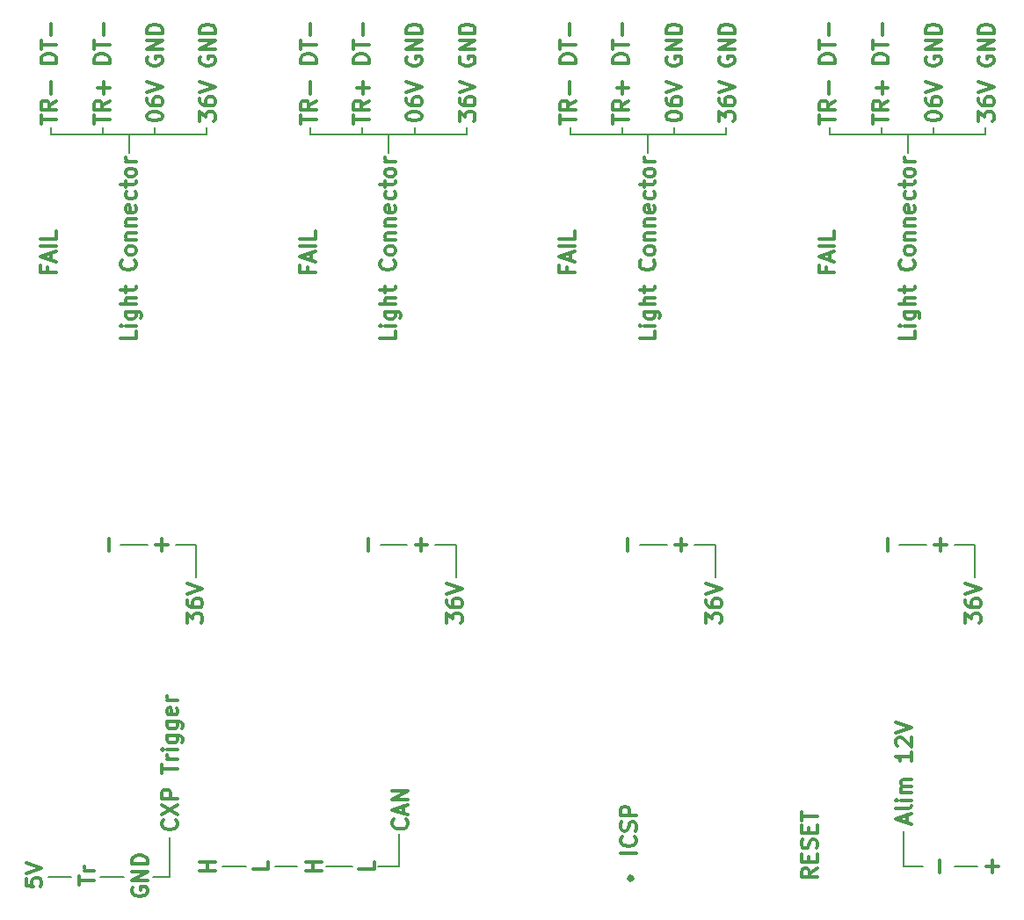
<source format=gto>
G04 #@! TF.FileFunction,Legend,Top*
%FSLAX46Y46*%
G04 Gerber Fmt 4.6, Leading zero omitted, Abs format (unit mm)*
G04 Created by KiCad (PCBNEW 4.0.7+dfsg1-1~bpo9+1) date Tue Apr 10 18:25:45 2018*
%MOMM*%
%LPD*%
G01*
G04 APERTURE LIST*
%ADD10C,0.100000*%
%ADD11C,0.300000*%
%ADD12C,0.200000*%
G04 APERTURE END LIST*
D10*
D11*
X179672857Y-87292857D02*
X179672857Y-87792857D01*
X180458571Y-87792857D02*
X178958571Y-87792857D01*
X178958571Y-87078571D01*
X180030000Y-86578572D02*
X180030000Y-85864286D01*
X180458571Y-86721429D02*
X178958571Y-86221429D01*
X180458571Y-85721429D01*
X180458571Y-85221429D02*
X178958571Y-85221429D01*
X180458571Y-83792857D02*
X180458571Y-84507143D01*
X178958571Y-84507143D01*
X154672857Y-87292857D02*
X154672857Y-87792857D01*
X155458571Y-87792857D02*
X153958571Y-87792857D01*
X153958571Y-87078571D01*
X155030000Y-86578572D02*
X155030000Y-85864286D01*
X155458571Y-86721429D02*
X153958571Y-86221429D01*
X155458571Y-85721429D01*
X155458571Y-85221429D02*
X153958571Y-85221429D01*
X155458571Y-83792857D02*
X155458571Y-84507143D01*
X153958571Y-84507143D01*
X129672857Y-87292857D02*
X129672857Y-87792857D01*
X130458571Y-87792857D02*
X128958571Y-87792857D01*
X128958571Y-87078571D01*
X130030000Y-86578572D02*
X130030000Y-85864286D01*
X130458571Y-86721429D02*
X128958571Y-86221429D01*
X130458571Y-85721429D01*
X130458571Y-85221429D02*
X128958571Y-85221429D01*
X130458571Y-83792857D02*
X130458571Y-84507143D01*
X128958571Y-84507143D01*
X188178571Y-93392857D02*
X188178571Y-94107143D01*
X186678571Y-94107143D01*
X188178571Y-92892857D02*
X187178571Y-92892857D01*
X186678571Y-92892857D02*
X186750000Y-92964286D01*
X186821429Y-92892857D01*
X186750000Y-92821429D01*
X186678571Y-92892857D01*
X186821429Y-92892857D01*
X187178571Y-91535714D02*
X188392857Y-91535714D01*
X188535714Y-91607143D01*
X188607143Y-91678571D01*
X188678571Y-91821428D01*
X188678571Y-92035714D01*
X188607143Y-92178571D01*
X188107143Y-91535714D02*
X188178571Y-91678571D01*
X188178571Y-91964285D01*
X188107143Y-92107143D01*
X188035714Y-92178571D01*
X187892857Y-92250000D01*
X187464286Y-92250000D01*
X187321429Y-92178571D01*
X187250000Y-92107143D01*
X187178571Y-91964285D01*
X187178571Y-91678571D01*
X187250000Y-91535714D01*
X188178571Y-90821428D02*
X186678571Y-90821428D01*
X188178571Y-90178571D02*
X187392857Y-90178571D01*
X187250000Y-90250000D01*
X187178571Y-90392857D01*
X187178571Y-90607142D01*
X187250000Y-90750000D01*
X187321429Y-90821428D01*
X187178571Y-89678571D02*
X187178571Y-89107142D01*
X186678571Y-89464285D02*
X187964286Y-89464285D01*
X188107143Y-89392857D01*
X188178571Y-89249999D01*
X188178571Y-89107142D01*
X188035714Y-86607142D02*
X188107143Y-86678571D01*
X188178571Y-86892857D01*
X188178571Y-87035714D01*
X188107143Y-87249999D01*
X187964286Y-87392857D01*
X187821429Y-87464285D01*
X187535714Y-87535714D01*
X187321429Y-87535714D01*
X187035714Y-87464285D01*
X186892857Y-87392857D01*
X186750000Y-87249999D01*
X186678571Y-87035714D01*
X186678571Y-86892857D01*
X186750000Y-86678571D01*
X186821429Y-86607142D01*
X188178571Y-85749999D02*
X188107143Y-85892857D01*
X188035714Y-85964285D01*
X187892857Y-86035714D01*
X187464286Y-86035714D01*
X187321429Y-85964285D01*
X187250000Y-85892857D01*
X187178571Y-85749999D01*
X187178571Y-85535714D01*
X187250000Y-85392857D01*
X187321429Y-85321428D01*
X187464286Y-85249999D01*
X187892857Y-85249999D01*
X188035714Y-85321428D01*
X188107143Y-85392857D01*
X188178571Y-85535714D01*
X188178571Y-85749999D01*
X187178571Y-84607142D02*
X188178571Y-84607142D01*
X187321429Y-84607142D02*
X187250000Y-84535714D01*
X187178571Y-84392856D01*
X187178571Y-84178571D01*
X187250000Y-84035714D01*
X187392857Y-83964285D01*
X188178571Y-83964285D01*
X187178571Y-83249999D02*
X188178571Y-83249999D01*
X187321429Y-83249999D02*
X187250000Y-83178571D01*
X187178571Y-83035713D01*
X187178571Y-82821428D01*
X187250000Y-82678571D01*
X187392857Y-82607142D01*
X188178571Y-82607142D01*
X188107143Y-81321428D02*
X188178571Y-81464285D01*
X188178571Y-81749999D01*
X188107143Y-81892856D01*
X187964286Y-81964285D01*
X187392857Y-81964285D01*
X187250000Y-81892856D01*
X187178571Y-81749999D01*
X187178571Y-81464285D01*
X187250000Y-81321428D01*
X187392857Y-81249999D01*
X187535714Y-81249999D01*
X187678571Y-81964285D01*
X188107143Y-79964285D02*
X188178571Y-80107142D01*
X188178571Y-80392856D01*
X188107143Y-80535714D01*
X188035714Y-80607142D01*
X187892857Y-80678571D01*
X187464286Y-80678571D01*
X187321429Y-80607142D01*
X187250000Y-80535714D01*
X187178571Y-80392856D01*
X187178571Y-80107142D01*
X187250000Y-79964285D01*
X187178571Y-79535714D02*
X187178571Y-78964285D01*
X186678571Y-79321428D02*
X187964286Y-79321428D01*
X188107143Y-79250000D01*
X188178571Y-79107142D01*
X188178571Y-78964285D01*
X188178571Y-78249999D02*
X188107143Y-78392857D01*
X188035714Y-78464285D01*
X187892857Y-78535714D01*
X187464286Y-78535714D01*
X187321429Y-78464285D01*
X187250000Y-78392857D01*
X187178571Y-78249999D01*
X187178571Y-78035714D01*
X187250000Y-77892857D01*
X187321429Y-77821428D01*
X187464286Y-77749999D01*
X187892857Y-77749999D01*
X188035714Y-77821428D01*
X188107143Y-77892857D01*
X188178571Y-78035714D01*
X188178571Y-78249999D01*
X188178571Y-77107142D02*
X187178571Y-77107142D01*
X187464286Y-77107142D02*
X187321429Y-77035714D01*
X187250000Y-76964285D01*
X187178571Y-76821428D01*
X187178571Y-76678571D01*
X163178571Y-93392857D02*
X163178571Y-94107143D01*
X161678571Y-94107143D01*
X163178571Y-92892857D02*
X162178571Y-92892857D01*
X161678571Y-92892857D02*
X161750000Y-92964286D01*
X161821429Y-92892857D01*
X161750000Y-92821429D01*
X161678571Y-92892857D01*
X161821429Y-92892857D01*
X162178571Y-91535714D02*
X163392857Y-91535714D01*
X163535714Y-91607143D01*
X163607143Y-91678571D01*
X163678571Y-91821428D01*
X163678571Y-92035714D01*
X163607143Y-92178571D01*
X163107143Y-91535714D02*
X163178571Y-91678571D01*
X163178571Y-91964285D01*
X163107143Y-92107143D01*
X163035714Y-92178571D01*
X162892857Y-92250000D01*
X162464286Y-92250000D01*
X162321429Y-92178571D01*
X162250000Y-92107143D01*
X162178571Y-91964285D01*
X162178571Y-91678571D01*
X162250000Y-91535714D01*
X163178571Y-90821428D02*
X161678571Y-90821428D01*
X163178571Y-90178571D02*
X162392857Y-90178571D01*
X162250000Y-90250000D01*
X162178571Y-90392857D01*
X162178571Y-90607142D01*
X162250000Y-90750000D01*
X162321429Y-90821428D01*
X162178571Y-89678571D02*
X162178571Y-89107142D01*
X161678571Y-89464285D02*
X162964286Y-89464285D01*
X163107143Y-89392857D01*
X163178571Y-89249999D01*
X163178571Y-89107142D01*
X163035714Y-86607142D02*
X163107143Y-86678571D01*
X163178571Y-86892857D01*
X163178571Y-87035714D01*
X163107143Y-87249999D01*
X162964286Y-87392857D01*
X162821429Y-87464285D01*
X162535714Y-87535714D01*
X162321429Y-87535714D01*
X162035714Y-87464285D01*
X161892857Y-87392857D01*
X161750000Y-87249999D01*
X161678571Y-87035714D01*
X161678571Y-86892857D01*
X161750000Y-86678571D01*
X161821429Y-86607142D01*
X163178571Y-85749999D02*
X163107143Y-85892857D01*
X163035714Y-85964285D01*
X162892857Y-86035714D01*
X162464286Y-86035714D01*
X162321429Y-85964285D01*
X162250000Y-85892857D01*
X162178571Y-85749999D01*
X162178571Y-85535714D01*
X162250000Y-85392857D01*
X162321429Y-85321428D01*
X162464286Y-85249999D01*
X162892857Y-85249999D01*
X163035714Y-85321428D01*
X163107143Y-85392857D01*
X163178571Y-85535714D01*
X163178571Y-85749999D01*
X162178571Y-84607142D02*
X163178571Y-84607142D01*
X162321429Y-84607142D02*
X162250000Y-84535714D01*
X162178571Y-84392856D01*
X162178571Y-84178571D01*
X162250000Y-84035714D01*
X162392857Y-83964285D01*
X163178571Y-83964285D01*
X162178571Y-83249999D02*
X163178571Y-83249999D01*
X162321429Y-83249999D02*
X162250000Y-83178571D01*
X162178571Y-83035713D01*
X162178571Y-82821428D01*
X162250000Y-82678571D01*
X162392857Y-82607142D01*
X163178571Y-82607142D01*
X163107143Y-81321428D02*
X163178571Y-81464285D01*
X163178571Y-81749999D01*
X163107143Y-81892856D01*
X162964286Y-81964285D01*
X162392857Y-81964285D01*
X162250000Y-81892856D01*
X162178571Y-81749999D01*
X162178571Y-81464285D01*
X162250000Y-81321428D01*
X162392857Y-81249999D01*
X162535714Y-81249999D01*
X162678571Y-81964285D01*
X163107143Y-79964285D02*
X163178571Y-80107142D01*
X163178571Y-80392856D01*
X163107143Y-80535714D01*
X163035714Y-80607142D01*
X162892857Y-80678571D01*
X162464286Y-80678571D01*
X162321429Y-80607142D01*
X162250000Y-80535714D01*
X162178571Y-80392856D01*
X162178571Y-80107142D01*
X162250000Y-79964285D01*
X162178571Y-79535714D02*
X162178571Y-78964285D01*
X161678571Y-79321428D02*
X162964286Y-79321428D01*
X163107143Y-79250000D01*
X163178571Y-79107142D01*
X163178571Y-78964285D01*
X163178571Y-78249999D02*
X163107143Y-78392857D01*
X163035714Y-78464285D01*
X162892857Y-78535714D01*
X162464286Y-78535714D01*
X162321429Y-78464285D01*
X162250000Y-78392857D01*
X162178571Y-78249999D01*
X162178571Y-78035714D01*
X162250000Y-77892857D01*
X162321429Y-77821428D01*
X162464286Y-77749999D01*
X162892857Y-77749999D01*
X163035714Y-77821428D01*
X163107143Y-77892857D01*
X163178571Y-78035714D01*
X163178571Y-78249999D01*
X163178571Y-77107142D02*
X162178571Y-77107142D01*
X162464286Y-77107142D02*
X162321429Y-77035714D01*
X162250000Y-76964285D01*
X162178571Y-76821428D01*
X162178571Y-76678571D01*
X138178571Y-93392857D02*
X138178571Y-94107143D01*
X136678571Y-94107143D01*
X138178571Y-92892857D02*
X137178571Y-92892857D01*
X136678571Y-92892857D02*
X136750000Y-92964286D01*
X136821429Y-92892857D01*
X136750000Y-92821429D01*
X136678571Y-92892857D01*
X136821429Y-92892857D01*
X137178571Y-91535714D02*
X138392857Y-91535714D01*
X138535714Y-91607143D01*
X138607143Y-91678571D01*
X138678571Y-91821428D01*
X138678571Y-92035714D01*
X138607143Y-92178571D01*
X138107143Y-91535714D02*
X138178571Y-91678571D01*
X138178571Y-91964285D01*
X138107143Y-92107143D01*
X138035714Y-92178571D01*
X137892857Y-92250000D01*
X137464286Y-92250000D01*
X137321429Y-92178571D01*
X137250000Y-92107143D01*
X137178571Y-91964285D01*
X137178571Y-91678571D01*
X137250000Y-91535714D01*
X138178571Y-90821428D02*
X136678571Y-90821428D01*
X138178571Y-90178571D02*
X137392857Y-90178571D01*
X137250000Y-90250000D01*
X137178571Y-90392857D01*
X137178571Y-90607142D01*
X137250000Y-90750000D01*
X137321429Y-90821428D01*
X137178571Y-89678571D02*
X137178571Y-89107142D01*
X136678571Y-89464285D02*
X137964286Y-89464285D01*
X138107143Y-89392857D01*
X138178571Y-89249999D01*
X138178571Y-89107142D01*
X138035714Y-86607142D02*
X138107143Y-86678571D01*
X138178571Y-86892857D01*
X138178571Y-87035714D01*
X138107143Y-87249999D01*
X137964286Y-87392857D01*
X137821429Y-87464285D01*
X137535714Y-87535714D01*
X137321429Y-87535714D01*
X137035714Y-87464285D01*
X136892857Y-87392857D01*
X136750000Y-87249999D01*
X136678571Y-87035714D01*
X136678571Y-86892857D01*
X136750000Y-86678571D01*
X136821429Y-86607142D01*
X138178571Y-85749999D02*
X138107143Y-85892857D01*
X138035714Y-85964285D01*
X137892857Y-86035714D01*
X137464286Y-86035714D01*
X137321429Y-85964285D01*
X137250000Y-85892857D01*
X137178571Y-85749999D01*
X137178571Y-85535714D01*
X137250000Y-85392857D01*
X137321429Y-85321428D01*
X137464286Y-85249999D01*
X137892857Y-85249999D01*
X138035714Y-85321428D01*
X138107143Y-85392857D01*
X138178571Y-85535714D01*
X138178571Y-85749999D01*
X137178571Y-84607142D02*
X138178571Y-84607142D01*
X137321429Y-84607142D02*
X137250000Y-84535714D01*
X137178571Y-84392856D01*
X137178571Y-84178571D01*
X137250000Y-84035714D01*
X137392857Y-83964285D01*
X138178571Y-83964285D01*
X137178571Y-83249999D02*
X138178571Y-83249999D01*
X137321429Y-83249999D02*
X137250000Y-83178571D01*
X137178571Y-83035713D01*
X137178571Y-82821428D01*
X137250000Y-82678571D01*
X137392857Y-82607142D01*
X138178571Y-82607142D01*
X138107143Y-81321428D02*
X138178571Y-81464285D01*
X138178571Y-81749999D01*
X138107143Y-81892856D01*
X137964286Y-81964285D01*
X137392857Y-81964285D01*
X137250000Y-81892856D01*
X137178571Y-81749999D01*
X137178571Y-81464285D01*
X137250000Y-81321428D01*
X137392857Y-81249999D01*
X137535714Y-81249999D01*
X137678571Y-81964285D01*
X138107143Y-79964285D02*
X138178571Y-80107142D01*
X138178571Y-80392856D01*
X138107143Y-80535714D01*
X138035714Y-80607142D01*
X137892857Y-80678571D01*
X137464286Y-80678571D01*
X137321429Y-80607142D01*
X137250000Y-80535714D01*
X137178571Y-80392856D01*
X137178571Y-80107142D01*
X137250000Y-79964285D01*
X137178571Y-79535714D02*
X137178571Y-78964285D01*
X136678571Y-79321428D02*
X137964286Y-79321428D01*
X138107143Y-79250000D01*
X138178571Y-79107142D01*
X138178571Y-78964285D01*
X138178571Y-78249999D02*
X138107143Y-78392857D01*
X138035714Y-78464285D01*
X137892857Y-78535714D01*
X137464286Y-78535714D01*
X137321429Y-78464285D01*
X137250000Y-78392857D01*
X137178571Y-78249999D01*
X137178571Y-78035714D01*
X137250000Y-77892857D01*
X137321429Y-77821428D01*
X137464286Y-77749999D01*
X137892857Y-77749999D01*
X138035714Y-77821428D01*
X138107143Y-77892857D01*
X138178571Y-78035714D01*
X138178571Y-78249999D01*
X138178571Y-77107142D02*
X137178571Y-77107142D01*
X137464286Y-77107142D02*
X137321429Y-77035714D01*
X137250000Y-76964285D01*
X137178571Y-76821428D01*
X137178571Y-76678571D01*
D12*
X187500000Y-74500000D02*
X187500000Y-76250000D01*
X162500000Y-74500000D02*
X162500000Y-76250000D01*
X137500000Y-74500000D02*
X137500000Y-76250000D01*
X195000000Y-74500000D02*
X195000000Y-73750000D01*
X170000000Y-74500000D02*
X170000000Y-73750000D01*
X145000000Y-74500000D02*
X145000000Y-73750000D01*
X190000000Y-74500000D02*
X190000000Y-73750000D01*
X165000000Y-74500000D02*
X165000000Y-73750000D01*
X140000000Y-74500000D02*
X140000000Y-73750000D01*
X190000000Y-74500000D02*
X195000000Y-74500000D01*
X165000000Y-74500000D02*
X170000000Y-74500000D01*
X140000000Y-74500000D02*
X145000000Y-74500000D01*
X180000000Y-73750000D02*
X180000000Y-74500000D01*
X155000000Y-73750000D02*
X155000000Y-74500000D01*
X130000000Y-73750000D02*
X130000000Y-74500000D01*
X180000000Y-74500000D02*
X185000000Y-74500000D01*
X155000000Y-74500000D02*
X160000000Y-74500000D01*
X130000000Y-74500000D02*
X135000000Y-74500000D01*
D11*
X179028571Y-73428571D02*
X179028571Y-72571428D01*
X180528571Y-72999999D02*
X179028571Y-72999999D01*
X180528571Y-71214285D02*
X179814286Y-71714285D01*
X180528571Y-72071428D02*
X179028571Y-72071428D01*
X179028571Y-71500000D01*
X179100000Y-71357142D01*
X179171429Y-71285714D01*
X179314286Y-71214285D01*
X179528571Y-71214285D01*
X179671429Y-71285714D01*
X179742857Y-71357142D01*
X179814286Y-71500000D01*
X179814286Y-72071428D01*
X179957143Y-70571428D02*
X179957143Y-69428571D01*
X180528571Y-67571428D02*
X179028571Y-67571428D01*
X179028571Y-67214285D01*
X179100000Y-67000000D01*
X179242857Y-66857142D01*
X179385714Y-66785714D01*
X179671429Y-66714285D01*
X179885714Y-66714285D01*
X180171429Y-66785714D01*
X180314286Y-66857142D01*
X180457143Y-67000000D01*
X180528571Y-67214285D01*
X180528571Y-67571428D01*
X179028571Y-66285714D02*
X179028571Y-65428571D01*
X180528571Y-65857142D02*
X179028571Y-65857142D01*
X179957143Y-64928571D02*
X179957143Y-63785714D01*
X184128571Y-73428571D02*
X184128571Y-72571428D01*
X185628571Y-72999999D02*
X184128571Y-72999999D01*
X185628571Y-71214285D02*
X184914286Y-71714285D01*
X185628571Y-72071428D02*
X184128571Y-72071428D01*
X184128571Y-71500000D01*
X184200000Y-71357142D01*
X184271429Y-71285714D01*
X184414286Y-71214285D01*
X184628571Y-71214285D01*
X184771429Y-71285714D01*
X184842857Y-71357142D01*
X184914286Y-71500000D01*
X184914286Y-72071428D01*
X185057143Y-70571428D02*
X185057143Y-69428571D01*
X185628571Y-70000000D02*
X184485714Y-70000000D01*
X185628571Y-67571428D02*
X184128571Y-67571428D01*
X184128571Y-67214285D01*
X184200000Y-67000000D01*
X184342857Y-66857142D01*
X184485714Y-66785714D01*
X184771429Y-66714285D01*
X184985714Y-66714285D01*
X185271429Y-66785714D01*
X185414286Y-66857142D01*
X185557143Y-67000000D01*
X185628571Y-67214285D01*
X185628571Y-67571428D01*
X184128571Y-66285714D02*
X184128571Y-65428571D01*
X185628571Y-65857142D02*
X184128571Y-65857142D01*
X185057143Y-64928571D02*
X185057143Y-63785714D01*
X189228571Y-72785714D02*
X189228571Y-72642857D01*
X189300000Y-72500000D01*
X189371429Y-72428571D01*
X189514286Y-72357142D01*
X189800000Y-72285714D01*
X190157143Y-72285714D01*
X190442857Y-72357142D01*
X190585714Y-72428571D01*
X190657143Y-72500000D01*
X190728571Y-72642857D01*
X190728571Y-72785714D01*
X190657143Y-72928571D01*
X190585714Y-73000000D01*
X190442857Y-73071428D01*
X190157143Y-73142857D01*
X189800000Y-73142857D01*
X189514286Y-73071428D01*
X189371429Y-73000000D01*
X189300000Y-72928571D01*
X189228571Y-72785714D01*
X189228571Y-71000000D02*
X189228571Y-71285714D01*
X189300000Y-71428571D01*
X189371429Y-71500000D01*
X189585714Y-71642857D01*
X189871429Y-71714286D01*
X190442857Y-71714286D01*
X190585714Y-71642857D01*
X190657143Y-71571429D01*
X190728571Y-71428571D01*
X190728571Y-71142857D01*
X190657143Y-71000000D01*
X190585714Y-70928571D01*
X190442857Y-70857143D01*
X190085714Y-70857143D01*
X189942857Y-70928571D01*
X189871429Y-71000000D01*
X189800000Y-71142857D01*
X189800000Y-71428571D01*
X189871429Y-71571429D01*
X189942857Y-71642857D01*
X190085714Y-71714286D01*
X189228571Y-70428572D02*
X190728571Y-69928572D01*
X189228571Y-69428572D01*
X189300000Y-67000001D02*
X189228571Y-67142858D01*
X189228571Y-67357144D01*
X189300000Y-67571429D01*
X189442857Y-67714287D01*
X189585714Y-67785715D01*
X189871429Y-67857144D01*
X190085714Y-67857144D01*
X190371429Y-67785715D01*
X190514286Y-67714287D01*
X190657143Y-67571429D01*
X190728571Y-67357144D01*
X190728571Y-67214287D01*
X190657143Y-67000001D01*
X190585714Y-66928572D01*
X190085714Y-66928572D01*
X190085714Y-67214287D01*
X190728571Y-66285715D02*
X189228571Y-66285715D01*
X190728571Y-65428572D01*
X189228571Y-65428572D01*
X190728571Y-64714286D02*
X189228571Y-64714286D01*
X189228571Y-64357143D01*
X189300000Y-64142858D01*
X189442857Y-64000000D01*
X189585714Y-63928572D01*
X189871429Y-63857143D01*
X190085714Y-63857143D01*
X190371429Y-63928572D01*
X190514286Y-64000000D01*
X190657143Y-64142858D01*
X190728571Y-64357143D01*
X190728571Y-64714286D01*
X194328571Y-73214285D02*
X194328571Y-72285714D01*
X194900000Y-72785714D01*
X194900000Y-72571428D01*
X194971429Y-72428571D01*
X195042857Y-72357142D01*
X195185714Y-72285714D01*
X195542857Y-72285714D01*
X195685714Y-72357142D01*
X195757143Y-72428571D01*
X195828571Y-72571428D01*
X195828571Y-73000000D01*
X195757143Y-73142857D01*
X195685714Y-73214285D01*
X194328571Y-71000000D02*
X194328571Y-71285714D01*
X194400000Y-71428571D01*
X194471429Y-71500000D01*
X194685714Y-71642857D01*
X194971429Y-71714286D01*
X195542857Y-71714286D01*
X195685714Y-71642857D01*
X195757143Y-71571429D01*
X195828571Y-71428571D01*
X195828571Y-71142857D01*
X195757143Y-71000000D01*
X195685714Y-70928571D01*
X195542857Y-70857143D01*
X195185714Y-70857143D01*
X195042857Y-70928571D01*
X194971429Y-71000000D01*
X194900000Y-71142857D01*
X194900000Y-71428571D01*
X194971429Y-71571429D01*
X195042857Y-71642857D01*
X195185714Y-71714286D01*
X194328571Y-70428572D02*
X195828571Y-69928572D01*
X194328571Y-69428572D01*
X194400000Y-67000001D02*
X194328571Y-67142858D01*
X194328571Y-67357144D01*
X194400000Y-67571429D01*
X194542857Y-67714287D01*
X194685714Y-67785715D01*
X194971429Y-67857144D01*
X195185714Y-67857144D01*
X195471429Y-67785715D01*
X195614286Y-67714287D01*
X195757143Y-67571429D01*
X195828571Y-67357144D01*
X195828571Y-67214287D01*
X195757143Y-67000001D01*
X195685714Y-66928572D01*
X195185714Y-66928572D01*
X195185714Y-67214287D01*
X195828571Y-66285715D02*
X194328571Y-66285715D01*
X195828571Y-65428572D01*
X194328571Y-65428572D01*
X195828571Y-64714286D02*
X194328571Y-64714286D01*
X194328571Y-64357143D01*
X194400000Y-64142858D01*
X194542857Y-64000000D01*
X194685714Y-63928572D01*
X194971429Y-63857143D01*
X195185714Y-63857143D01*
X195471429Y-63928572D01*
X195614286Y-64000000D01*
X195757143Y-64142858D01*
X195828571Y-64357143D01*
X195828571Y-64714286D01*
X154028571Y-73428571D02*
X154028571Y-72571428D01*
X155528571Y-72999999D02*
X154028571Y-72999999D01*
X155528571Y-71214285D02*
X154814286Y-71714285D01*
X155528571Y-72071428D02*
X154028571Y-72071428D01*
X154028571Y-71500000D01*
X154100000Y-71357142D01*
X154171429Y-71285714D01*
X154314286Y-71214285D01*
X154528571Y-71214285D01*
X154671429Y-71285714D01*
X154742857Y-71357142D01*
X154814286Y-71500000D01*
X154814286Y-72071428D01*
X154957143Y-70571428D02*
X154957143Y-69428571D01*
X155528571Y-67571428D02*
X154028571Y-67571428D01*
X154028571Y-67214285D01*
X154100000Y-67000000D01*
X154242857Y-66857142D01*
X154385714Y-66785714D01*
X154671429Y-66714285D01*
X154885714Y-66714285D01*
X155171429Y-66785714D01*
X155314286Y-66857142D01*
X155457143Y-67000000D01*
X155528571Y-67214285D01*
X155528571Y-67571428D01*
X154028571Y-66285714D02*
X154028571Y-65428571D01*
X155528571Y-65857142D02*
X154028571Y-65857142D01*
X154957143Y-64928571D02*
X154957143Y-63785714D01*
X159128571Y-73428571D02*
X159128571Y-72571428D01*
X160628571Y-72999999D02*
X159128571Y-72999999D01*
X160628571Y-71214285D02*
X159914286Y-71714285D01*
X160628571Y-72071428D02*
X159128571Y-72071428D01*
X159128571Y-71500000D01*
X159200000Y-71357142D01*
X159271429Y-71285714D01*
X159414286Y-71214285D01*
X159628571Y-71214285D01*
X159771429Y-71285714D01*
X159842857Y-71357142D01*
X159914286Y-71500000D01*
X159914286Y-72071428D01*
X160057143Y-70571428D02*
X160057143Y-69428571D01*
X160628571Y-70000000D02*
X159485714Y-70000000D01*
X160628571Y-67571428D02*
X159128571Y-67571428D01*
X159128571Y-67214285D01*
X159200000Y-67000000D01*
X159342857Y-66857142D01*
X159485714Y-66785714D01*
X159771429Y-66714285D01*
X159985714Y-66714285D01*
X160271429Y-66785714D01*
X160414286Y-66857142D01*
X160557143Y-67000000D01*
X160628571Y-67214285D01*
X160628571Y-67571428D01*
X159128571Y-66285714D02*
X159128571Y-65428571D01*
X160628571Y-65857142D02*
X159128571Y-65857142D01*
X160057143Y-64928571D02*
X160057143Y-63785714D01*
X164228571Y-72785714D02*
X164228571Y-72642857D01*
X164300000Y-72500000D01*
X164371429Y-72428571D01*
X164514286Y-72357142D01*
X164800000Y-72285714D01*
X165157143Y-72285714D01*
X165442857Y-72357142D01*
X165585714Y-72428571D01*
X165657143Y-72500000D01*
X165728571Y-72642857D01*
X165728571Y-72785714D01*
X165657143Y-72928571D01*
X165585714Y-73000000D01*
X165442857Y-73071428D01*
X165157143Y-73142857D01*
X164800000Y-73142857D01*
X164514286Y-73071428D01*
X164371429Y-73000000D01*
X164300000Y-72928571D01*
X164228571Y-72785714D01*
X164228571Y-71000000D02*
X164228571Y-71285714D01*
X164300000Y-71428571D01*
X164371429Y-71500000D01*
X164585714Y-71642857D01*
X164871429Y-71714286D01*
X165442857Y-71714286D01*
X165585714Y-71642857D01*
X165657143Y-71571429D01*
X165728571Y-71428571D01*
X165728571Y-71142857D01*
X165657143Y-71000000D01*
X165585714Y-70928571D01*
X165442857Y-70857143D01*
X165085714Y-70857143D01*
X164942857Y-70928571D01*
X164871429Y-71000000D01*
X164800000Y-71142857D01*
X164800000Y-71428571D01*
X164871429Y-71571429D01*
X164942857Y-71642857D01*
X165085714Y-71714286D01*
X164228571Y-70428572D02*
X165728571Y-69928572D01*
X164228571Y-69428572D01*
X164300000Y-67000001D02*
X164228571Y-67142858D01*
X164228571Y-67357144D01*
X164300000Y-67571429D01*
X164442857Y-67714287D01*
X164585714Y-67785715D01*
X164871429Y-67857144D01*
X165085714Y-67857144D01*
X165371429Y-67785715D01*
X165514286Y-67714287D01*
X165657143Y-67571429D01*
X165728571Y-67357144D01*
X165728571Y-67214287D01*
X165657143Y-67000001D01*
X165585714Y-66928572D01*
X165085714Y-66928572D01*
X165085714Y-67214287D01*
X165728571Y-66285715D02*
X164228571Y-66285715D01*
X165728571Y-65428572D01*
X164228571Y-65428572D01*
X165728571Y-64714286D02*
X164228571Y-64714286D01*
X164228571Y-64357143D01*
X164300000Y-64142858D01*
X164442857Y-64000000D01*
X164585714Y-63928572D01*
X164871429Y-63857143D01*
X165085714Y-63857143D01*
X165371429Y-63928572D01*
X165514286Y-64000000D01*
X165657143Y-64142858D01*
X165728571Y-64357143D01*
X165728571Y-64714286D01*
X169328571Y-73214285D02*
X169328571Y-72285714D01*
X169900000Y-72785714D01*
X169900000Y-72571428D01*
X169971429Y-72428571D01*
X170042857Y-72357142D01*
X170185714Y-72285714D01*
X170542857Y-72285714D01*
X170685714Y-72357142D01*
X170757143Y-72428571D01*
X170828571Y-72571428D01*
X170828571Y-73000000D01*
X170757143Y-73142857D01*
X170685714Y-73214285D01*
X169328571Y-71000000D02*
X169328571Y-71285714D01*
X169400000Y-71428571D01*
X169471429Y-71500000D01*
X169685714Y-71642857D01*
X169971429Y-71714286D01*
X170542857Y-71714286D01*
X170685714Y-71642857D01*
X170757143Y-71571429D01*
X170828571Y-71428571D01*
X170828571Y-71142857D01*
X170757143Y-71000000D01*
X170685714Y-70928571D01*
X170542857Y-70857143D01*
X170185714Y-70857143D01*
X170042857Y-70928571D01*
X169971429Y-71000000D01*
X169900000Y-71142857D01*
X169900000Y-71428571D01*
X169971429Y-71571429D01*
X170042857Y-71642857D01*
X170185714Y-71714286D01*
X169328571Y-70428572D02*
X170828571Y-69928572D01*
X169328571Y-69428572D01*
X169400000Y-67000001D02*
X169328571Y-67142858D01*
X169328571Y-67357144D01*
X169400000Y-67571429D01*
X169542857Y-67714287D01*
X169685714Y-67785715D01*
X169971429Y-67857144D01*
X170185714Y-67857144D01*
X170471429Y-67785715D01*
X170614286Y-67714287D01*
X170757143Y-67571429D01*
X170828571Y-67357144D01*
X170828571Y-67214287D01*
X170757143Y-67000001D01*
X170685714Y-66928572D01*
X170185714Y-66928572D01*
X170185714Y-67214287D01*
X170828571Y-66285715D02*
X169328571Y-66285715D01*
X170828571Y-65428572D01*
X169328571Y-65428572D01*
X170828571Y-64714286D02*
X169328571Y-64714286D01*
X169328571Y-64357143D01*
X169400000Y-64142858D01*
X169542857Y-64000000D01*
X169685714Y-63928572D01*
X169971429Y-63857143D01*
X170185714Y-63857143D01*
X170471429Y-63928572D01*
X170614286Y-64000000D01*
X170757143Y-64142858D01*
X170828571Y-64357143D01*
X170828571Y-64714286D01*
X129028571Y-73428571D02*
X129028571Y-72571428D01*
X130528571Y-72999999D02*
X129028571Y-72999999D01*
X130528571Y-71214285D02*
X129814286Y-71714285D01*
X130528571Y-72071428D02*
X129028571Y-72071428D01*
X129028571Y-71500000D01*
X129100000Y-71357142D01*
X129171429Y-71285714D01*
X129314286Y-71214285D01*
X129528571Y-71214285D01*
X129671429Y-71285714D01*
X129742857Y-71357142D01*
X129814286Y-71500000D01*
X129814286Y-72071428D01*
X129957143Y-70571428D02*
X129957143Y-69428571D01*
X130528571Y-67571428D02*
X129028571Y-67571428D01*
X129028571Y-67214285D01*
X129100000Y-67000000D01*
X129242857Y-66857142D01*
X129385714Y-66785714D01*
X129671429Y-66714285D01*
X129885714Y-66714285D01*
X130171429Y-66785714D01*
X130314286Y-66857142D01*
X130457143Y-67000000D01*
X130528571Y-67214285D01*
X130528571Y-67571428D01*
X129028571Y-66285714D02*
X129028571Y-65428571D01*
X130528571Y-65857142D02*
X129028571Y-65857142D01*
X129957143Y-64928571D02*
X129957143Y-63785714D01*
X134128571Y-73428571D02*
X134128571Y-72571428D01*
X135628571Y-72999999D02*
X134128571Y-72999999D01*
X135628571Y-71214285D02*
X134914286Y-71714285D01*
X135628571Y-72071428D02*
X134128571Y-72071428D01*
X134128571Y-71500000D01*
X134200000Y-71357142D01*
X134271429Y-71285714D01*
X134414286Y-71214285D01*
X134628571Y-71214285D01*
X134771429Y-71285714D01*
X134842857Y-71357142D01*
X134914286Y-71500000D01*
X134914286Y-72071428D01*
X135057143Y-70571428D02*
X135057143Y-69428571D01*
X135628571Y-70000000D02*
X134485714Y-70000000D01*
X135628571Y-67571428D02*
X134128571Y-67571428D01*
X134128571Y-67214285D01*
X134200000Y-67000000D01*
X134342857Y-66857142D01*
X134485714Y-66785714D01*
X134771429Y-66714285D01*
X134985714Y-66714285D01*
X135271429Y-66785714D01*
X135414286Y-66857142D01*
X135557143Y-67000000D01*
X135628571Y-67214285D01*
X135628571Y-67571428D01*
X134128571Y-66285714D02*
X134128571Y-65428571D01*
X135628571Y-65857142D02*
X134128571Y-65857142D01*
X135057143Y-64928571D02*
X135057143Y-63785714D01*
X139228571Y-72785714D02*
X139228571Y-72642857D01*
X139300000Y-72500000D01*
X139371429Y-72428571D01*
X139514286Y-72357142D01*
X139800000Y-72285714D01*
X140157143Y-72285714D01*
X140442857Y-72357142D01*
X140585714Y-72428571D01*
X140657143Y-72500000D01*
X140728571Y-72642857D01*
X140728571Y-72785714D01*
X140657143Y-72928571D01*
X140585714Y-73000000D01*
X140442857Y-73071428D01*
X140157143Y-73142857D01*
X139800000Y-73142857D01*
X139514286Y-73071428D01*
X139371429Y-73000000D01*
X139300000Y-72928571D01*
X139228571Y-72785714D01*
X139228571Y-71000000D02*
X139228571Y-71285714D01*
X139300000Y-71428571D01*
X139371429Y-71500000D01*
X139585714Y-71642857D01*
X139871429Y-71714286D01*
X140442857Y-71714286D01*
X140585714Y-71642857D01*
X140657143Y-71571429D01*
X140728571Y-71428571D01*
X140728571Y-71142857D01*
X140657143Y-71000000D01*
X140585714Y-70928571D01*
X140442857Y-70857143D01*
X140085714Y-70857143D01*
X139942857Y-70928571D01*
X139871429Y-71000000D01*
X139800000Y-71142857D01*
X139800000Y-71428571D01*
X139871429Y-71571429D01*
X139942857Y-71642857D01*
X140085714Y-71714286D01*
X139228571Y-70428572D02*
X140728571Y-69928572D01*
X139228571Y-69428572D01*
X139300000Y-67000001D02*
X139228571Y-67142858D01*
X139228571Y-67357144D01*
X139300000Y-67571429D01*
X139442857Y-67714287D01*
X139585714Y-67785715D01*
X139871429Y-67857144D01*
X140085714Y-67857144D01*
X140371429Y-67785715D01*
X140514286Y-67714287D01*
X140657143Y-67571429D01*
X140728571Y-67357144D01*
X140728571Y-67214287D01*
X140657143Y-67000001D01*
X140585714Y-66928572D01*
X140085714Y-66928572D01*
X140085714Y-67214287D01*
X140728571Y-66285715D02*
X139228571Y-66285715D01*
X140728571Y-65428572D01*
X139228571Y-65428572D01*
X140728571Y-64714286D02*
X139228571Y-64714286D01*
X139228571Y-64357143D01*
X139300000Y-64142858D01*
X139442857Y-64000000D01*
X139585714Y-63928572D01*
X139871429Y-63857143D01*
X140085714Y-63857143D01*
X140371429Y-63928572D01*
X140514286Y-64000000D01*
X140657143Y-64142858D01*
X140728571Y-64357143D01*
X140728571Y-64714286D01*
X144328571Y-73214285D02*
X144328571Y-72285714D01*
X144900000Y-72785714D01*
X144900000Y-72571428D01*
X144971429Y-72428571D01*
X145042857Y-72357142D01*
X145185714Y-72285714D01*
X145542857Y-72285714D01*
X145685714Y-72357142D01*
X145757143Y-72428571D01*
X145828571Y-72571428D01*
X145828571Y-73000000D01*
X145757143Y-73142857D01*
X145685714Y-73214285D01*
X144328571Y-71000000D02*
X144328571Y-71285714D01*
X144400000Y-71428571D01*
X144471429Y-71500000D01*
X144685714Y-71642857D01*
X144971429Y-71714286D01*
X145542857Y-71714286D01*
X145685714Y-71642857D01*
X145757143Y-71571429D01*
X145828571Y-71428571D01*
X145828571Y-71142857D01*
X145757143Y-71000000D01*
X145685714Y-70928571D01*
X145542857Y-70857143D01*
X145185714Y-70857143D01*
X145042857Y-70928571D01*
X144971429Y-71000000D01*
X144900000Y-71142857D01*
X144900000Y-71428571D01*
X144971429Y-71571429D01*
X145042857Y-71642857D01*
X145185714Y-71714286D01*
X144328571Y-70428572D02*
X145828571Y-69928572D01*
X144328571Y-69428572D01*
X144400000Y-67000001D02*
X144328571Y-67142858D01*
X144328571Y-67357144D01*
X144400000Y-67571429D01*
X144542857Y-67714287D01*
X144685714Y-67785715D01*
X144971429Y-67857144D01*
X145185714Y-67857144D01*
X145471429Y-67785715D01*
X145614286Y-67714287D01*
X145757143Y-67571429D01*
X145828571Y-67357144D01*
X145828571Y-67214287D01*
X145757143Y-67000001D01*
X145685714Y-66928572D01*
X145185714Y-66928572D01*
X145185714Y-67214287D01*
X145828571Y-66285715D02*
X144328571Y-66285715D01*
X145828571Y-65428572D01*
X144328571Y-65428572D01*
X145828571Y-64714286D02*
X144328571Y-64714286D01*
X144328571Y-64357143D01*
X144400000Y-64142858D01*
X144542857Y-64000000D01*
X144685714Y-63928572D01*
X144971429Y-63857143D01*
X145185714Y-63857143D01*
X145471429Y-63928572D01*
X145614286Y-64000000D01*
X145757143Y-64142858D01*
X145828571Y-64357143D01*
X145828571Y-64714286D01*
D12*
X185000000Y-74500000D02*
X185000000Y-73750000D01*
X160000000Y-74500000D02*
X160000000Y-73750000D01*
X135000000Y-74500000D02*
X135000000Y-73750000D01*
X185000000Y-74500000D02*
X190000000Y-74500000D01*
X160000000Y-74500000D02*
X165000000Y-74500000D01*
X135000000Y-74500000D02*
X140000000Y-74500000D01*
X186700000Y-114000000D02*
X189300000Y-114000000D01*
X161700000Y-114000000D02*
X164300000Y-114000000D01*
X136700000Y-114000000D02*
X139300000Y-114000000D01*
X194000000Y-114000000D02*
X194000000Y-117100000D01*
X169000000Y-114000000D02*
X169000000Y-117100000D01*
X144000000Y-114000000D02*
X144000000Y-117100000D01*
D11*
X193078571Y-121557142D02*
X193078571Y-120628571D01*
X193650000Y-121128571D01*
X193650000Y-120914285D01*
X193721429Y-120771428D01*
X193792857Y-120699999D01*
X193935714Y-120628571D01*
X194292857Y-120628571D01*
X194435714Y-120699999D01*
X194507143Y-120771428D01*
X194578571Y-120914285D01*
X194578571Y-121342857D01*
X194507143Y-121485714D01*
X194435714Y-121557142D01*
X193078571Y-119342857D02*
X193078571Y-119628571D01*
X193150000Y-119771428D01*
X193221429Y-119842857D01*
X193435714Y-119985714D01*
X193721429Y-120057143D01*
X194292857Y-120057143D01*
X194435714Y-119985714D01*
X194507143Y-119914286D01*
X194578571Y-119771428D01*
X194578571Y-119485714D01*
X194507143Y-119342857D01*
X194435714Y-119271428D01*
X194292857Y-119200000D01*
X193935714Y-119200000D01*
X193792857Y-119271428D01*
X193721429Y-119342857D01*
X193650000Y-119485714D01*
X193650000Y-119771428D01*
X193721429Y-119914286D01*
X193792857Y-119985714D01*
X193935714Y-120057143D01*
X193078571Y-118771429D02*
X194578571Y-118271429D01*
X193078571Y-117771429D01*
X168078571Y-121557142D02*
X168078571Y-120628571D01*
X168650000Y-121128571D01*
X168650000Y-120914285D01*
X168721429Y-120771428D01*
X168792857Y-120699999D01*
X168935714Y-120628571D01*
X169292857Y-120628571D01*
X169435714Y-120699999D01*
X169507143Y-120771428D01*
X169578571Y-120914285D01*
X169578571Y-121342857D01*
X169507143Y-121485714D01*
X169435714Y-121557142D01*
X168078571Y-119342857D02*
X168078571Y-119628571D01*
X168150000Y-119771428D01*
X168221429Y-119842857D01*
X168435714Y-119985714D01*
X168721429Y-120057143D01*
X169292857Y-120057143D01*
X169435714Y-119985714D01*
X169507143Y-119914286D01*
X169578571Y-119771428D01*
X169578571Y-119485714D01*
X169507143Y-119342857D01*
X169435714Y-119271428D01*
X169292857Y-119200000D01*
X168935714Y-119200000D01*
X168792857Y-119271428D01*
X168721429Y-119342857D01*
X168650000Y-119485714D01*
X168650000Y-119771428D01*
X168721429Y-119914286D01*
X168792857Y-119985714D01*
X168935714Y-120057143D01*
X168078571Y-118771429D02*
X169578571Y-118271429D01*
X168078571Y-117771429D01*
X143078571Y-121557142D02*
X143078571Y-120628571D01*
X143650000Y-121128571D01*
X143650000Y-120914285D01*
X143721429Y-120771428D01*
X143792857Y-120699999D01*
X143935714Y-120628571D01*
X144292857Y-120628571D01*
X144435714Y-120699999D01*
X144507143Y-120771428D01*
X144578571Y-120914285D01*
X144578571Y-121342857D01*
X144507143Y-121485714D01*
X144435714Y-121557142D01*
X143078571Y-119342857D02*
X143078571Y-119628571D01*
X143150000Y-119771428D01*
X143221429Y-119842857D01*
X143435714Y-119985714D01*
X143721429Y-120057143D01*
X144292857Y-120057143D01*
X144435714Y-119985714D01*
X144507143Y-119914286D01*
X144578571Y-119771428D01*
X144578571Y-119485714D01*
X144507143Y-119342857D01*
X144435714Y-119271428D01*
X144292857Y-119200000D01*
X143935714Y-119200000D01*
X143792857Y-119271428D01*
X143721429Y-119342857D01*
X143650000Y-119485714D01*
X143650000Y-119771428D01*
X143721429Y-119914286D01*
X143792857Y-119985714D01*
X143935714Y-120057143D01*
X143078571Y-118771429D02*
X144578571Y-118271429D01*
X143078571Y-117771429D01*
D12*
X192000000Y-114000000D02*
X194000000Y-114000000D01*
X167000000Y-114000000D02*
X169000000Y-114000000D01*
X142000000Y-114000000D02*
X144000000Y-114000000D01*
D11*
X185557143Y-114571428D02*
X185557143Y-113428571D01*
X190657143Y-114571428D02*
X190657143Y-113428571D01*
X191228571Y-114000000D02*
X190085714Y-114000000D01*
X160557143Y-114571428D02*
X160557143Y-113428571D01*
X165657143Y-114571428D02*
X165657143Y-113428571D01*
X166228571Y-114000000D02*
X165085714Y-114000000D01*
X135557143Y-114571428D02*
X135557143Y-113428571D01*
X140657143Y-114571428D02*
X140657143Y-113428571D01*
X141228571Y-114000000D02*
X140085714Y-114000000D01*
D12*
X112500000Y-74500000D02*
X112500000Y-76250000D01*
X120000000Y-74500000D02*
X120000000Y-73750000D01*
X115000000Y-74500000D02*
X120000000Y-74500000D01*
X115000000Y-74500000D02*
X115000000Y-73750000D01*
X110000000Y-74500000D02*
X115000000Y-74500000D01*
X110000000Y-74500000D02*
X110000000Y-73750000D01*
X105000000Y-74500000D02*
X110000000Y-74500000D01*
X105000000Y-73750000D02*
X105000000Y-74500000D01*
D11*
X104028571Y-73428571D02*
X104028571Y-72571428D01*
X105528571Y-72999999D02*
X104028571Y-72999999D01*
X105528571Y-71214285D02*
X104814286Y-71714285D01*
X105528571Y-72071428D02*
X104028571Y-72071428D01*
X104028571Y-71500000D01*
X104100000Y-71357142D01*
X104171429Y-71285714D01*
X104314286Y-71214285D01*
X104528571Y-71214285D01*
X104671429Y-71285714D01*
X104742857Y-71357142D01*
X104814286Y-71500000D01*
X104814286Y-72071428D01*
X104957143Y-70571428D02*
X104957143Y-69428571D01*
X105528571Y-67571428D02*
X104028571Y-67571428D01*
X104028571Y-67214285D01*
X104100000Y-67000000D01*
X104242857Y-66857142D01*
X104385714Y-66785714D01*
X104671429Y-66714285D01*
X104885714Y-66714285D01*
X105171429Y-66785714D01*
X105314286Y-66857142D01*
X105457143Y-67000000D01*
X105528571Y-67214285D01*
X105528571Y-67571428D01*
X104028571Y-66285714D02*
X104028571Y-65428571D01*
X105528571Y-65857142D02*
X104028571Y-65857142D01*
X104957143Y-64928571D02*
X104957143Y-63785714D01*
X109128571Y-73428571D02*
X109128571Y-72571428D01*
X110628571Y-72999999D02*
X109128571Y-72999999D01*
X110628571Y-71214285D02*
X109914286Y-71714285D01*
X110628571Y-72071428D02*
X109128571Y-72071428D01*
X109128571Y-71500000D01*
X109200000Y-71357142D01*
X109271429Y-71285714D01*
X109414286Y-71214285D01*
X109628571Y-71214285D01*
X109771429Y-71285714D01*
X109842857Y-71357142D01*
X109914286Y-71500000D01*
X109914286Y-72071428D01*
X110057143Y-70571428D02*
X110057143Y-69428571D01*
X110628571Y-70000000D02*
X109485714Y-70000000D01*
X110628571Y-67571428D02*
X109128571Y-67571428D01*
X109128571Y-67214285D01*
X109200000Y-67000000D01*
X109342857Y-66857142D01*
X109485714Y-66785714D01*
X109771429Y-66714285D01*
X109985714Y-66714285D01*
X110271429Y-66785714D01*
X110414286Y-66857142D01*
X110557143Y-67000000D01*
X110628571Y-67214285D01*
X110628571Y-67571428D01*
X109128571Y-66285714D02*
X109128571Y-65428571D01*
X110628571Y-65857142D02*
X109128571Y-65857142D01*
X110057143Y-64928571D02*
X110057143Y-63785714D01*
X114228571Y-72785714D02*
X114228571Y-72642857D01*
X114300000Y-72500000D01*
X114371429Y-72428571D01*
X114514286Y-72357142D01*
X114800000Y-72285714D01*
X115157143Y-72285714D01*
X115442857Y-72357142D01*
X115585714Y-72428571D01*
X115657143Y-72500000D01*
X115728571Y-72642857D01*
X115728571Y-72785714D01*
X115657143Y-72928571D01*
X115585714Y-73000000D01*
X115442857Y-73071428D01*
X115157143Y-73142857D01*
X114800000Y-73142857D01*
X114514286Y-73071428D01*
X114371429Y-73000000D01*
X114300000Y-72928571D01*
X114228571Y-72785714D01*
X114228571Y-71000000D02*
X114228571Y-71285714D01*
X114300000Y-71428571D01*
X114371429Y-71500000D01*
X114585714Y-71642857D01*
X114871429Y-71714286D01*
X115442857Y-71714286D01*
X115585714Y-71642857D01*
X115657143Y-71571429D01*
X115728571Y-71428571D01*
X115728571Y-71142857D01*
X115657143Y-71000000D01*
X115585714Y-70928571D01*
X115442857Y-70857143D01*
X115085714Y-70857143D01*
X114942857Y-70928571D01*
X114871429Y-71000000D01*
X114800000Y-71142857D01*
X114800000Y-71428571D01*
X114871429Y-71571429D01*
X114942857Y-71642857D01*
X115085714Y-71714286D01*
X114228571Y-70428572D02*
X115728571Y-69928572D01*
X114228571Y-69428572D01*
X114300000Y-67000001D02*
X114228571Y-67142858D01*
X114228571Y-67357144D01*
X114300000Y-67571429D01*
X114442857Y-67714287D01*
X114585714Y-67785715D01*
X114871429Y-67857144D01*
X115085714Y-67857144D01*
X115371429Y-67785715D01*
X115514286Y-67714287D01*
X115657143Y-67571429D01*
X115728571Y-67357144D01*
X115728571Y-67214287D01*
X115657143Y-67000001D01*
X115585714Y-66928572D01*
X115085714Y-66928572D01*
X115085714Y-67214287D01*
X115728571Y-66285715D02*
X114228571Y-66285715D01*
X115728571Y-65428572D01*
X114228571Y-65428572D01*
X115728571Y-64714286D02*
X114228571Y-64714286D01*
X114228571Y-64357143D01*
X114300000Y-64142858D01*
X114442857Y-64000000D01*
X114585714Y-63928572D01*
X114871429Y-63857143D01*
X115085714Y-63857143D01*
X115371429Y-63928572D01*
X115514286Y-64000000D01*
X115657143Y-64142858D01*
X115728571Y-64357143D01*
X115728571Y-64714286D01*
X119328571Y-73214285D02*
X119328571Y-72285714D01*
X119900000Y-72785714D01*
X119900000Y-72571428D01*
X119971429Y-72428571D01*
X120042857Y-72357142D01*
X120185714Y-72285714D01*
X120542857Y-72285714D01*
X120685714Y-72357142D01*
X120757143Y-72428571D01*
X120828571Y-72571428D01*
X120828571Y-73000000D01*
X120757143Y-73142857D01*
X120685714Y-73214285D01*
X119328571Y-71000000D02*
X119328571Y-71285714D01*
X119400000Y-71428571D01*
X119471429Y-71500000D01*
X119685714Y-71642857D01*
X119971429Y-71714286D01*
X120542857Y-71714286D01*
X120685714Y-71642857D01*
X120757143Y-71571429D01*
X120828571Y-71428571D01*
X120828571Y-71142857D01*
X120757143Y-71000000D01*
X120685714Y-70928571D01*
X120542857Y-70857143D01*
X120185714Y-70857143D01*
X120042857Y-70928571D01*
X119971429Y-71000000D01*
X119900000Y-71142857D01*
X119900000Y-71428571D01*
X119971429Y-71571429D01*
X120042857Y-71642857D01*
X120185714Y-71714286D01*
X119328571Y-70428572D02*
X120828571Y-69928572D01*
X119328571Y-69428572D01*
X119400000Y-67000001D02*
X119328571Y-67142858D01*
X119328571Y-67357144D01*
X119400000Y-67571429D01*
X119542857Y-67714287D01*
X119685714Y-67785715D01*
X119971429Y-67857144D01*
X120185714Y-67857144D01*
X120471429Y-67785715D01*
X120614286Y-67714287D01*
X120757143Y-67571429D01*
X120828571Y-67357144D01*
X120828571Y-67214287D01*
X120757143Y-67000001D01*
X120685714Y-66928572D01*
X120185714Y-66928572D01*
X120185714Y-67214287D01*
X120828571Y-66285715D02*
X119328571Y-66285715D01*
X120828571Y-65428572D01*
X119328571Y-65428572D01*
X120828571Y-64714286D02*
X119328571Y-64714286D01*
X119328571Y-64357143D01*
X119400000Y-64142858D01*
X119542857Y-64000000D01*
X119685714Y-63928572D01*
X119971429Y-63857143D01*
X120185714Y-63857143D01*
X120471429Y-63928572D01*
X120614286Y-64000000D01*
X120757143Y-64142858D01*
X120828571Y-64357143D01*
X120828571Y-64714286D01*
X113178571Y-93392857D02*
X113178571Y-94107143D01*
X111678571Y-94107143D01*
X113178571Y-92892857D02*
X112178571Y-92892857D01*
X111678571Y-92892857D02*
X111750000Y-92964286D01*
X111821429Y-92892857D01*
X111750000Y-92821429D01*
X111678571Y-92892857D01*
X111821429Y-92892857D01*
X112178571Y-91535714D02*
X113392857Y-91535714D01*
X113535714Y-91607143D01*
X113607143Y-91678571D01*
X113678571Y-91821428D01*
X113678571Y-92035714D01*
X113607143Y-92178571D01*
X113107143Y-91535714D02*
X113178571Y-91678571D01*
X113178571Y-91964285D01*
X113107143Y-92107143D01*
X113035714Y-92178571D01*
X112892857Y-92250000D01*
X112464286Y-92250000D01*
X112321429Y-92178571D01*
X112250000Y-92107143D01*
X112178571Y-91964285D01*
X112178571Y-91678571D01*
X112250000Y-91535714D01*
X113178571Y-90821428D02*
X111678571Y-90821428D01*
X113178571Y-90178571D02*
X112392857Y-90178571D01*
X112250000Y-90250000D01*
X112178571Y-90392857D01*
X112178571Y-90607142D01*
X112250000Y-90750000D01*
X112321429Y-90821428D01*
X112178571Y-89678571D02*
X112178571Y-89107142D01*
X111678571Y-89464285D02*
X112964286Y-89464285D01*
X113107143Y-89392857D01*
X113178571Y-89249999D01*
X113178571Y-89107142D01*
X113035714Y-86607142D02*
X113107143Y-86678571D01*
X113178571Y-86892857D01*
X113178571Y-87035714D01*
X113107143Y-87249999D01*
X112964286Y-87392857D01*
X112821429Y-87464285D01*
X112535714Y-87535714D01*
X112321429Y-87535714D01*
X112035714Y-87464285D01*
X111892857Y-87392857D01*
X111750000Y-87249999D01*
X111678571Y-87035714D01*
X111678571Y-86892857D01*
X111750000Y-86678571D01*
X111821429Y-86607142D01*
X113178571Y-85749999D02*
X113107143Y-85892857D01*
X113035714Y-85964285D01*
X112892857Y-86035714D01*
X112464286Y-86035714D01*
X112321429Y-85964285D01*
X112250000Y-85892857D01*
X112178571Y-85749999D01*
X112178571Y-85535714D01*
X112250000Y-85392857D01*
X112321429Y-85321428D01*
X112464286Y-85249999D01*
X112892857Y-85249999D01*
X113035714Y-85321428D01*
X113107143Y-85392857D01*
X113178571Y-85535714D01*
X113178571Y-85749999D01*
X112178571Y-84607142D02*
X113178571Y-84607142D01*
X112321429Y-84607142D02*
X112250000Y-84535714D01*
X112178571Y-84392856D01*
X112178571Y-84178571D01*
X112250000Y-84035714D01*
X112392857Y-83964285D01*
X113178571Y-83964285D01*
X112178571Y-83249999D02*
X113178571Y-83249999D01*
X112321429Y-83249999D02*
X112250000Y-83178571D01*
X112178571Y-83035713D01*
X112178571Y-82821428D01*
X112250000Y-82678571D01*
X112392857Y-82607142D01*
X113178571Y-82607142D01*
X113107143Y-81321428D02*
X113178571Y-81464285D01*
X113178571Y-81749999D01*
X113107143Y-81892856D01*
X112964286Y-81964285D01*
X112392857Y-81964285D01*
X112250000Y-81892856D01*
X112178571Y-81749999D01*
X112178571Y-81464285D01*
X112250000Y-81321428D01*
X112392857Y-81249999D01*
X112535714Y-81249999D01*
X112678571Y-81964285D01*
X113107143Y-79964285D02*
X113178571Y-80107142D01*
X113178571Y-80392856D01*
X113107143Y-80535714D01*
X113035714Y-80607142D01*
X112892857Y-80678571D01*
X112464286Y-80678571D01*
X112321429Y-80607142D01*
X112250000Y-80535714D01*
X112178571Y-80392856D01*
X112178571Y-80107142D01*
X112250000Y-79964285D01*
X112178571Y-79535714D02*
X112178571Y-78964285D01*
X111678571Y-79321428D02*
X112964286Y-79321428D01*
X113107143Y-79250000D01*
X113178571Y-79107142D01*
X113178571Y-78964285D01*
X113178571Y-78249999D02*
X113107143Y-78392857D01*
X113035714Y-78464285D01*
X112892857Y-78535714D01*
X112464286Y-78535714D01*
X112321429Y-78464285D01*
X112250000Y-78392857D01*
X112178571Y-78249999D01*
X112178571Y-78035714D01*
X112250000Y-77892857D01*
X112321429Y-77821428D01*
X112464286Y-77749999D01*
X112892857Y-77749999D01*
X113035714Y-77821428D01*
X113107143Y-77892857D01*
X113178571Y-78035714D01*
X113178571Y-78249999D01*
X113178571Y-77107142D02*
X112178571Y-77107142D01*
X112464286Y-77107142D02*
X112321429Y-77035714D01*
X112250000Y-76964285D01*
X112178571Y-76821428D01*
X112178571Y-76678571D01*
X104672857Y-87292857D02*
X104672857Y-87792857D01*
X105458571Y-87792857D02*
X103958571Y-87792857D01*
X103958571Y-87078571D01*
X105030000Y-86578572D02*
X105030000Y-85864286D01*
X105458571Y-86721429D02*
X103958571Y-86221429D01*
X105458571Y-85721429D01*
X105458571Y-85221429D02*
X103958571Y-85221429D01*
X105458571Y-83792857D02*
X105458571Y-84507143D01*
X103958571Y-84507143D01*
D12*
X119000000Y-114000000D02*
X119000000Y-117100000D01*
X117000000Y-114000000D02*
X119000000Y-114000000D01*
X111700000Y-114000000D02*
X114300000Y-114000000D01*
D11*
X110557143Y-114571428D02*
X110557143Y-113428571D01*
X115657143Y-114571428D02*
X115657143Y-113428571D01*
X116228571Y-114000000D02*
X115085714Y-114000000D01*
X118078571Y-121557142D02*
X118078571Y-120628571D01*
X118650000Y-121128571D01*
X118650000Y-120914285D01*
X118721429Y-120771428D01*
X118792857Y-120699999D01*
X118935714Y-120628571D01*
X119292857Y-120628571D01*
X119435714Y-120699999D01*
X119507143Y-120771428D01*
X119578571Y-120914285D01*
X119578571Y-121342857D01*
X119507143Y-121485714D01*
X119435714Y-121557142D01*
X118078571Y-119342857D02*
X118078571Y-119628571D01*
X118150000Y-119771428D01*
X118221429Y-119842857D01*
X118435714Y-119985714D01*
X118721429Y-120057143D01*
X119292857Y-120057143D01*
X119435714Y-119985714D01*
X119507143Y-119914286D01*
X119578571Y-119771428D01*
X119578571Y-119485714D01*
X119507143Y-119342857D01*
X119435714Y-119271428D01*
X119292857Y-119200000D01*
X118935714Y-119200000D01*
X118792857Y-119271428D01*
X118721429Y-119342857D01*
X118650000Y-119485714D01*
X118650000Y-119771428D01*
X118721429Y-119914286D01*
X118792857Y-119985714D01*
X118935714Y-120057143D01*
X118078571Y-118771429D02*
X119578571Y-118271429D01*
X118078571Y-117771429D01*
D12*
X192000000Y-145000000D02*
X194200000Y-145000000D01*
X187100000Y-145000000D02*
X189000000Y-145000000D01*
X187100000Y-141600000D02*
X187100000Y-145000000D01*
X106900000Y-146000000D02*
X104700000Y-146000000D01*
X112000000Y-146000000D02*
X109700000Y-146000000D01*
X116400000Y-146000000D02*
X114800000Y-146000000D01*
X116400000Y-142200000D02*
X116400000Y-146000000D01*
D11*
X102578571Y-146185713D02*
X102578571Y-146899999D01*
X103292857Y-146971428D01*
X103221429Y-146899999D01*
X103150000Y-146757142D01*
X103150000Y-146399999D01*
X103221429Y-146257142D01*
X103292857Y-146185713D01*
X103435714Y-146114285D01*
X103792857Y-146114285D01*
X103935714Y-146185713D01*
X104007143Y-146257142D01*
X104078571Y-146399999D01*
X104078571Y-146757142D01*
X104007143Y-146899999D01*
X103935714Y-146971428D01*
X102578571Y-145685714D02*
X104078571Y-145185714D01*
X102578571Y-144685714D01*
X107678571Y-146792857D02*
X107678571Y-145935714D01*
X109178571Y-146364285D02*
X107678571Y-146364285D01*
X109178571Y-145435714D02*
X108178571Y-145435714D01*
X108464286Y-145435714D02*
X108321429Y-145364286D01*
X108250000Y-145292857D01*
X108178571Y-145150000D01*
X108178571Y-145007143D01*
X112850000Y-147042857D02*
X112778571Y-147185714D01*
X112778571Y-147400000D01*
X112850000Y-147614285D01*
X112992857Y-147757143D01*
X113135714Y-147828571D01*
X113421429Y-147900000D01*
X113635714Y-147900000D01*
X113921429Y-147828571D01*
X114064286Y-147757143D01*
X114207143Y-147614285D01*
X114278571Y-147400000D01*
X114278571Y-147257143D01*
X114207143Y-147042857D01*
X114135714Y-146971428D01*
X113635714Y-146971428D01*
X113635714Y-147257143D01*
X114278571Y-146328571D02*
X112778571Y-146328571D01*
X114278571Y-145471428D01*
X112778571Y-145471428D01*
X114278571Y-144757142D02*
X112778571Y-144757142D01*
X112778571Y-144399999D01*
X112850000Y-144185714D01*
X112992857Y-144042856D01*
X113135714Y-143971428D01*
X113421429Y-143899999D01*
X113635714Y-143899999D01*
X113921429Y-143971428D01*
X114064286Y-144042856D01*
X114207143Y-144185714D01*
X114278571Y-144399999D01*
X114278571Y-144757142D01*
D12*
X138500000Y-145000000D02*
X138500000Y-141900000D01*
X136500000Y-145000000D02*
X138500000Y-145000000D01*
X131500000Y-145000000D02*
X134000000Y-145000000D01*
X126600000Y-145000000D02*
X128700000Y-145000000D01*
X121500000Y-145000000D02*
X123800000Y-145000000D01*
D11*
X120828571Y-145428571D02*
X119328571Y-145428571D01*
X120042857Y-145428571D02*
X120042857Y-144571428D01*
X120828571Y-144571428D02*
X119328571Y-144571428D01*
X125928571Y-144535714D02*
X125928571Y-145250000D01*
X124428571Y-145250000D01*
X131028571Y-145428571D02*
X129528571Y-145428571D01*
X130242857Y-145428571D02*
X130242857Y-144571428D01*
X131028571Y-144571428D02*
X129528571Y-144571428D01*
X136128571Y-144535714D02*
X136128571Y-145250000D01*
X134628571Y-145250000D01*
X117035714Y-140528570D02*
X117107143Y-140599999D01*
X117178571Y-140814285D01*
X117178571Y-140957142D01*
X117107143Y-141171427D01*
X116964286Y-141314285D01*
X116821429Y-141385713D01*
X116535714Y-141457142D01*
X116321429Y-141457142D01*
X116035714Y-141385713D01*
X115892857Y-141314285D01*
X115750000Y-141171427D01*
X115678571Y-140957142D01*
X115678571Y-140814285D01*
X115750000Y-140599999D01*
X115821429Y-140528570D01*
X115678571Y-140028570D02*
X117178571Y-139028570D01*
X115678571Y-139028570D02*
X117178571Y-140028570D01*
X117178571Y-138457142D02*
X115678571Y-138457142D01*
X115678571Y-137885714D01*
X115750000Y-137742856D01*
X115821429Y-137671428D01*
X115964286Y-137599999D01*
X116178571Y-137599999D01*
X116321429Y-137671428D01*
X116392857Y-137742856D01*
X116464286Y-137885714D01*
X116464286Y-138457142D01*
X115678571Y-136028571D02*
X115678571Y-135171428D01*
X117178571Y-135599999D02*
X115678571Y-135599999D01*
X117178571Y-134671428D02*
X116178571Y-134671428D01*
X116464286Y-134671428D02*
X116321429Y-134600000D01*
X116250000Y-134528571D01*
X116178571Y-134385714D01*
X116178571Y-134242857D01*
X117178571Y-133742857D02*
X116178571Y-133742857D01*
X115678571Y-133742857D02*
X115750000Y-133814286D01*
X115821429Y-133742857D01*
X115750000Y-133671429D01*
X115678571Y-133742857D01*
X115821429Y-133742857D01*
X116178571Y-132385714D02*
X117392857Y-132385714D01*
X117535714Y-132457143D01*
X117607143Y-132528571D01*
X117678571Y-132671428D01*
X117678571Y-132885714D01*
X117607143Y-133028571D01*
X117107143Y-132385714D02*
X117178571Y-132528571D01*
X117178571Y-132814285D01*
X117107143Y-132957143D01*
X117035714Y-133028571D01*
X116892857Y-133100000D01*
X116464286Y-133100000D01*
X116321429Y-133028571D01*
X116250000Y-132957143D01*
X116178571Y-132814285D01*
X116178571Y-132528571D01*
X116250000Y-132385714D01*
X116178571Y-131028571D02*
X117392857Y-131028571D01*
X117535714Y-131100000D01*
X117607143Y-131171428D01*
X117678571Y-131314285D01*
X117678571Y-131528571D01*
X117607143Y-131671428D01*
X117107143Y-131028571D02*
X117178571Y-131171428D01*
X117178571Y-131457142D01*
X117107143Y-131600000D01*
X117035714Y-131671428D01*
X116892857Y-131742857D01*
X116464286Y-131742857D01*
X116321429Y-131671428D01*
X116250000Y-131600000D01*
X116178571Y-131457142D01*
X116178571Y-131171428D01*
X116250000Y-131028571D01*
X117107143Y-129742857D02*
X117178571Y-129885714D01*
X117178571Y-130171428D01*
X117107143Y-130314285D01*
X116964286Y-130385714D01*
X116392857Y-130385714D01*
X116250000Y-130314285D01*
X116178571Y-130171428D01*
X116178571Y-129885714D01*
X116250000Y-129742857D01*
X116392857Y-129671428D01*
X116535714Y-129671428D01*
X116678571Y-130385714D01*
X117178571Y-129028571D02*
X116178571Y-129028571D01*
X116464286Y-129028571D02*
X116321429Y-128957143D01*
X116250000Y-128885714D01*
X116178571Y-128742857D01*
X116178571Y-128600000D01*
X139235714Y-140464285D02*
X139307143Y-140535714D01*
X139378571Y-140750000D01*
X139378571Y-140892857D01*
X139307143Y-141107142D01*
X139164286Y-141250000D01*
X139021429Y-141321428D01*
X138735714Y-141392857D01*
X138521429Y-141392857D01*
X138235714Y-141321428D01*
X138092857Y-141250000D01*
X137950000Y-141107142D01*
X137878571Y-140892857D01*
X137878571Y-140750000D01*
X137950000Y-140535714D01*
X138021429Y-140464285D01*
X138950000Y-139892857D02*
X138950000Y-139178571D01*
X139378571Y-140035714D02*
X137878571Y-139535714D01*
X139378571Y-139035714D01*
X139378571Y-138535714D02*
X137878571Y-138535714D01*
X139378571Y-137678571D01*
X137878571Y-137678571D01*
X190557143Y-145571428D02*
X190557143Y-144428571D01*
X195657143Y-145571428D02*
X195657143Y-144428571D01*
X196228571Y-145000000D02*
X195085714Y-145000000D01*
X187450000Y-140749999D02*
X187450000Y-140035713D01*
X187878571Y-140892856D02*
X186378571Y-140392856D01*
X187878571Y-139892856D01*
X187878571Y-139178570D02*
X187807143Y-139321428D01*
X187664286Y-139392856D01*
X186378571Y-139392856D01*
X187878571Y-138607142D02*
X186878571Y-138607142D01*
X186378571Y-138607142D02*
X186450000Y-138678571D01*
X186521429Y-138607142D01*
X186450000Y-138535714D01*
X186378571Y-138607142D01*
X186521429Y-138607142D01*
X187878571Y-137892856D02*
X186878571Y-137892856D01*
X187021429Y-137892856D02*
X186950000Y-137821428D01*
X186878571Y-137678570D01*
X186878571Y-137464285D01*
X186950000Y-137321428D01*
X187092857Y-137249999D01*
X187878571Y-137249999D01*
X187092857Y-137249999D02*
X186950000Y-137178570D01*
X186878571Y-137035713D01*
X186878571Y-136821428D01*
X186950000Y-136678570D01*
X187092857Y-136607142D01*
X187878571Y-136607142D01*
X187878571Y-133964285D02*
X187878571Y-134821428D01*
X187878571Y-134392856D02*
X186378571Y-134392856D01*
X186592857Y-134535713D01*
X186735714Y-134678571D01*
X186807143Y-134821428D01*
X186521429Y-133392857D02*
X186450000Y-133321428D01*
X186378571Y-133178571D01*
X186378571Y-132821428D01*
X186450000Y-132678571D01*
X186521429Y-132607142D01*
X186664286Y-132535714D01*
X186807143Y-132535714D01*
X187021429Y-132607142D01*
X187878571Y-133464285D01*
X187878571Y-132535714D01*
X186378571Y-132107143D02*
X187878571Y-131607143D01*
X186378571Y-131107143D01*
X178778571Y-145178571D02*
X178064286Y-145678571D01*
X178778571Y-146035714D02*
X177278571Y-146035714D01*
X177278571Y-145464286D01*
X177350000Y-145321428D01*
X177421429Y-145250000D01*
X177564286Y-145178571D01*
X177778571Y-145178571D01*
X177921429Y-145250000D01*
X177992857Y-145321428D01*
X178064286Y-145464286D01*
X178064286Y-146035714D01*
X177992857Y-144535714D02*
X177992857Y-144035714D01*
X178778571Y-143821428D02*
X178778571Y-144535714D01*
X177278571Y-144535714D01*
X177278571Y-143821428D01*
X178707143Y-143250000D02*
X178778571Y-143035714D01*
X178778571Y-142678571D01*
X178707143Y-142535714D01*
X178635714Y-142464285D01*
X178492857Y-142392857D01*
X178350000Y-142392857D01*
X178207143Y-142464285D01*
X178135714Y-142535714D01*
X178064286Y-142678571D01*
X177992857Y-142964285D01*
X177921429Y-143107143D01*
X177850000Y-143178571D01*
X177707143Y-143250000D01*
X177564286Y-143250000D01*
X177421429Y-143178571D01*
X177350000Y-143107143D01*
X177278571Y-142964285D01*
X177278571Y-142607143D01*
X177350000Y-142392857D01*
X177992857Y-141750000D02*
X177992857Y-141250000D01*
X178778571Y-141035714D02*
X178778571Y-141750000D01*
X177278571Y-141750000D01*
X177278571Y-141035714D01*
X177278571Y-140607143D02*
X177278571Y-139750000D01*
X178778571Y-140178571D02*
X177278571Y-140178571D01*
X160664286Y-146285714D02*
X160950000Y-146285714D01*
X160950000Y-146214285D02*
X160664286Y-146214285D01*
X160592857Y-146142857D02*
X161021429Y-146142857D01*
X160950000Y-146071428D02*
X160664286Y-146071428D01*
X160664286Y-145999999D02*
X160950000Y-145999999D01*
X160878571Y-146285714D02*
X161021429Y-146142857D01*
X160878571Y-145999999D01*
X160735714Y-146285714D02*
X160592857Y-146142857D01*
X160735714Y-145999999D01*
X160664286Y-146285714D02*
X160592857Y-146142857D01*
X160664286Y-145999999D01*
X160807143Y-145928571D01*
X160950000Y-145999999D01*
X161021429Y-146142857D01*
X160950000Y-146285714D01*
X160807143Y-146357142D01*
X160664286Y-146285714D01*
X161378571Y-143714285D02*
X159878571Y-143714285D01*
X161235714Y-142142856D02*
X161307143Y-142214285D01*
X161378571Y-142428571D01*
X161378571Y-142571428D01*
X161307143Y-142785713D01*
X161164286Y-142928571D01*
X161021429Y-142999999D01*
X160735714Y-143071428D01*
X160521429Y-143071428D01*
X160235714Y-142999999D01*
X160092857Y-142928571D01*
X159950000Y-142785713D01*
X159878571Y-142571428D01*
X159878571Y-142428571D01*
X159950000Y-142214285D01*
X160021429Y-142142856D01*
X161307143Y-141571428D02*
X161378571Y-141357142D01*
X161378571Y-140999999D01*
X161307143Y-140857142D01*
X161235714Y-140785713D01*
X161092857Y-140714285D01*
X160950000Y-140714285D01*
X160807143Y-140785713D01*
X160735714Y-140857142D01*
X160664286Y-140999999D01*
X160592857Y-141285713D01*
X160521429Y-141428571D01*
X160450000Y-141499999D01*
X160307143Y-141571428D01*
X160164286Y-141571428D01*
X160021429Y-141499999D01*
X159950000Y-141428571D01*
X159878571Y-141285713D01*
X159878571Y-140928571D01*
X159950000Y-140714285D01*
X161378571Y-140071428D02*
X159878571Y-140071428D01*
X159878571Y-139500000D01*
X159950000Y-139357142D01*
X160021429Y-139285714D01*
X160164286Y-139214285D01*
X160378571Y-139214285D01*
X160521429Y-139285714D01*
X160592857Y-139357142D01*
X160664286Y-139500000D01*
X160664286Y-140071428D01*
M02*

</source>
